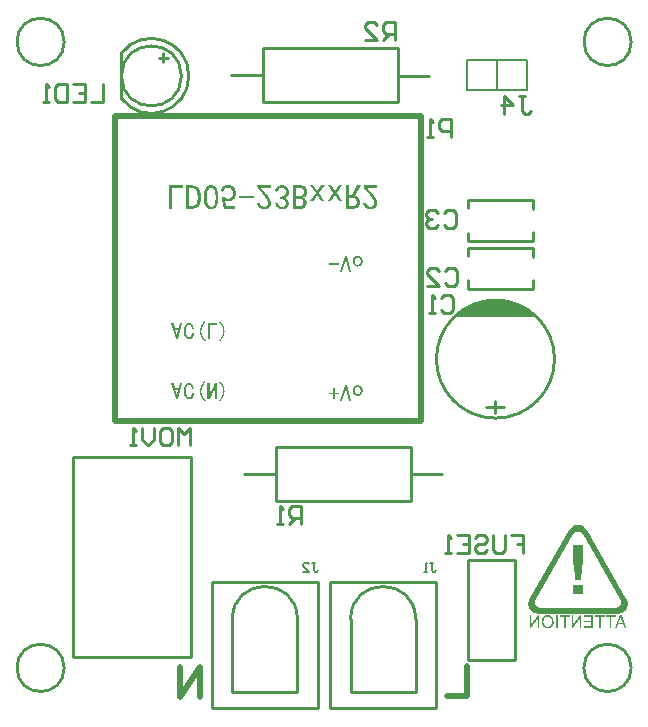
<source format=gbo>
G04 Layer_Color=32896*
%FSLAX25Y25*%
%MOIN*%
G70*
G01*
G75*
%ADD22C,0.01000*%
%ADD23C,0.02000*%
%ADD34C,0.00787*%
%ADD35C,0.01968*%
%ADD36C,0.00500*%
G36*
X69661Y127859D02*
X69792Y127721D01*
X69916Y127582D01*
X70025Y127451D01*
X70135Y127320D01*
X70229Y127189D01*
X70310Y127072D01*
X70390Y126955D01*
X70455Y126853D01*
X70514Y126759D01*
X70565Y126671D01*
X70601Y126606D01*
X70638Y126547D01*
X70660Y126504D01*
X70667Y126474D01*
X70674Y126467D01*
X70740Y126314D01*
X70805Y126161D01*
X70856Y126000D01*
X70900Y125847D01*
X70966Y125541D01*
X70995Y125395D01*
X71009Y125257D01*
X71031Y125133D01*
X71039Y125016D01*
X71046Y124914D01*
X71053Y124820D01*
X71060Y124754D01*
Y124696D01*
Y124666D01*
Y124652D01*
X71053Y124462D01*
X71046Y124280D01*
X71024Y124105D01*
X71002Y123937D01*
X70973Y123784D01*
X70937Y123631D01*
X70900Y123493D01*
X70871Y123362D01*
X70834Y123245D01*
X70798Y123143D01*
X70762Y123055D01*
X70732Y122975D01*
X70710Y122917D01*
X70689Y122873D01*
X70681Y122844D01*
X70674Y122837D01*
X70601Y122684D01*
X70514Y122538D01*
X70331Y122253D01*
X70142Y121991D01*
X70047Y121867D01*
X69960Y121750D01*
X69872Y121648D01*
X69785Y121554D01*
X69712Y121473D01*
X69646Y121400D01*
X69595Y121342D01*
X69559Y121306D01*
X69529Y121277D01*
X69522Y121269D01*
X69187Y121605D01*
X69318Y121729D01*
X69435Y121860D01*
X69544Y121984D01*
X69653Y122108D01*
X69748Y122232D01*
X69836Y122348D01*
X69909Y122458D01*
X69981Y122560D01*
X70040Y122654D01*
X70098Y122742D01*
X70142Y122815D01*
X70178Y122880D01*
X70208Y122931D01*
X70229Y122975D01*
X70237Y122997D01*
X70244Y123004D01*
X70310Y123143D01*
X70361Y123281D01*
X70412Y123427D01*
X70448Y123566D01*
X70514Y123843D01*
X70535Y123974D01*
X70557Y124098D01*
X70572Y124214D01*
X70579Y124324D01*
X70594Y124411D01*
Y124499D01*
X70601Y124564D01*
Y124608D01*
Y124645D01*
Y124652D01*
X70594Y124820D01*
X70587Y124987D01*
X70572Y125148D01*
X70543Y125293D01*
X70521Y125439D01*
X70492Y125578D01*
X70455Y125702D01*
X70426Y125818D01*
X70390Y125928D01*
X70361Y126022D01*
X70324Y126102D01*
X70302Y126168D01*
X70280Y126226D01*
X70258Y126263D01*
X70251Y126292D01*
X70244Y126299D01*
X70171Y126431D01*
X70098Y126562D01*
X69930Y126817D01*
X69756Y127043D01*
X69668Y127152D01*
X69588Y127247D01*
X69508Y127335D01*
X69427Y127415D01*
X69362Y127488D01*
X69304Y127546D01*
X69253Y127590D01*
X69216Y127626D01*
X69194Y127648D01*
X69187Y127655D01*
X69522Y127998D01*
X69661Y127859D01*
D02*
G37*
G36*
X68633Y126679D02*
X66140D01*
Y122006D01*
X65433D01*
Y127262D01*
X68633D01*
Y126679D01*
D02*
G37*
G36*
X64791Y127655D02*
X64660Y127539D01*
X64543Y127415D01*
X64434Y127291D01*
X64324Y127174D01*
X64230Y127058D01*
X64142Y126948D01*
X64062Y126839D01*
X63996Y126737D01*
X63931Y126649D01*
X63880Y126562D01*
X63829Y126489D01*
X63792Y126423D01*
X63763Y126372D01*
X63741Y126329D01*
X63734Y126307D01*
X63727Y126299D01*
X63661Y126161D01*
X63610Y126022D01*
X63559Y125877D01*
X63523Y125731D01*
X63457Y125461D01*
X63435Y125330D01*
X63413Y125199D01*
X63399Y125089D01*
X63391Y124980D01*
X63384Y124885D01*
X63377Y124805D01*
X63370Y124739D01*
Y124696D01*
Y124659D01*
Y124652D01*
X63377Y124484D01*
X63384Y124317D01*
X63406Y124156D01*
X63428Y124003D01*
X63450Y123857D01*
X63486Y123726D01*
X63515Y123595D01*
X63552Y123478D01*
X63581Y123376D01*
X63617Y123281D01*
X63647Y123201D01*
X63668Y123128D01*
X63697Y123077D01*
X63712Y123033D01*
X63719Y123012D01*
X63727Y123004D01*
X63800Y122866D01*
X63872Y122735D01*
X64047Y122479D01*
X64222Y122246D01*
X64310Y122137D01*
X64390Y122035D01*
X64470Y121940D01*
X64550Y121860D01*
X64616Y121787D01*
X64674Y121721D01*
X64725Y121670D01*
X64762Y121634D01*
X64784Y121612D01*
X64791Y121605D01*
X64448Y121269D01*
X64310Y121415D01*
X64179Y121554D01*
X64055Y121699D01*
X63945Y121838D01*
X63843Y121969D01*
X63749Y122100D01*
X63661Y122224D01*
X63588Y122341D01*
X63515Y122443D01*
X63457Y122545D01*
X63413Y122625D01*
X63370Y122698D01*
X63340Y122756D01*
X63318Y122800D01*
X63304Y122829D01*
X63297Y122837D01*
X63231Y122990D01*
X63173Y123143D01*
X63114Y123303D01*
X63071Y123456D01*
X63005Y123763D01*
X62976Y123908D01*
X62961Y124047D01*
X62939Y124171D01*
X62932Y124287D01*
X62925Y124389D01*
X62918Y124484D01*
X62910Y124550D01*
Y124608D01*
Y124637D01*
Y124652D01*
X62918Y124841D01*
X62925Y125024D01*
X62947Y125199D01*
X62968Y125366D01*
X62998Y125519D01*
X63034Y125672D01*
X63071Y125811D01*
X63107Y125942D01*
X63136Y126059D01*
X63173Y126161D01*
X63209Y126248D01*
X63238Y126329D01*
X63260Y126387D01*
X63282Y126431D01*
X63289Y126460D01*
X63297Y126467D01*
X63377Y126613D01*
X63457Y126759D01*
X63639Y127043D01*
X63734Y127174D01*
X63829Y127298D01*
X63924Y127422D01*
X64018Y127531D01*
X64106Y127633D01*
X64186Y127721D01*
X64259Y127801D01*
X64324Y127867D01*
X64376Y127925D01*
X64412Y127962D01*
X64441Y127991D01*
X64448Y127998D01*
X64791Y127655D01*
D02*
G37*
G36*
X115570Y149723D02*
X115694Y149709D01*
X115803Y149687D01*
X115912Y149651D01*
X116117Y149578D01*
X116204Y149534D01*
X116284Y149483D01*
X116357Y149439D01*
X116423Y149395D01*
X116481Y149359D01*
X116525Y149315D01*
X116561Y149286D01*
X116590Y149264D01*
X116605Y149250D01*
X116612Y149242D01*
X116700Y149147D01*
X116773Y149045D01*
X116846Y148936D01*
X116897Y148827D01*
X116948Y148725D01*
X116984Y148615D01*
X117050Y148404D01*
X117064Y148309D01*
X117079Y148222D01*
X117093Y148149D01*
X117101Y148076D01*
X117108Y148025D01*
Y147981D01*
Y147952D01*
Y147945D01*
X117101Y147799D01*
X117086Y147660D01*
X117064Y147529D01*
X117028Y147405D01*
X116991Y147289D01*
X116955Y147187D01*
X116904Y147084D01*
X116860Y146997D01*
X116816Y146917D01*
X116773Y146851D01*
X116729Y146793D01*
X116692Y146742D01*
X116656Y146705D01*
X116634Y146676D01*
X116620Y146662D01*
X116612Y146654D01*
X116517Y146567D01*
X116423Y146494D01*
X116321Y146421D01*
X116226Y146370D01*
X116124Y146319D01*
X116029Y146282D01*
X115847Y146217D01*
X115759Y146202D01*
X115687Y146188D01*
X115621Y146173D01*
X115562Y146166D01*
X115512Y146159D01*
X115446D01*
X115322Y146166D01*
X115198Y146180D01*
X115089Y146202D01*
X114979Y146239D01*
X114775Y146312D01*
X114688Y146363D01*
X114608Y146406D01*
X114527Y146450D01*
X114462Y146494D01*
X114411Y146538D01*
X114360Y146574D01*
X114323Y146611D01*
X114294Y146632D01*
X114279Y146647D01*
X114272Y146654D01*
X114185Y146749D01*
X114112Y146851D01*
X114046Y146953D01*
X113988Y147063D01*
X113944Y147172D01*
X113900Y147274D01*
X113842Y147485D01*
X113828Y147580D01*
X113813Y147668D01*
X113798Y147740D01*
X113791Y147813D01*
X113784Y147864D01*
Y147908D01*
Y147937D01*
Y147945D01*
X113791Y148091D01*
X113806Y148229D01*
X113828Y148360D01*
X113864Y148484D01*
X113900Y148601D01*
X113937Y148710D01*
X113981Y148805D01*
X114032Y148892D01*
X114075Y148972D01*
X114119Y149045D01*
X114156Y149104D01*
X114199Y149155D01*
X114228Y149191D01*
X114250Y149220D01*
X114265Y149235D01*
X114272Y149242D01*
X114367Y149330D01*
X114462Y149403D01*
X114564Y149468D01*
X114666Y149527D01*
X114768Y149570D01*
X114863Y149614D01*
X115045Y149672D01*
X115132Y149687D01*
X115205Y149701D01*
X115271Y149716D01*
X115329Y149723D01*
X115380Y149731D01*
X115446D01*
X115570Y149723D01*
D02*
G37*
G36*
X109300Y146713D02*
X105794D01*
Y147208D01*
X109300D01*
Y146713D01*
D02*
G37*
G36*
X59367Y127320D02*
X59484Y127305D01*
X59593Y127284D01*
X59695Y127247D01*
X59885Y127174D01*
X59972Y127130D01*
X60045Y127079D01*
X60118Y127036D01*
X60176Y126992D01*
X60235Y126955D01*
X60278Y126912D01*
X60315Y126883D01*
X60337Y126861D01*
X60351Y126846D01*
X60359Y126839D01*
X60439Y126737D01*
X60512Y126627D01*
X60577Y126504D01*
X60628Y126372D01*
X60679Y126234D01*
X60716Y126095D01*
X60782Y125818D01*
X60803Y125694D01*
X60818Y125570D01*
X60833Y125461D01*
X60840Y125366D01*
X60847Y125286D01*
X60854Y125228D01*
Y125191D01*
Y125177D01*
X60147D01*
Y125344D01*
X60133Y125490D01*
X60125Y125636D01*
X60103Y125760D01*
X60082Y125869D01*
X60060Y125971D01*
X60038Y126066D01*
X60009Y126146D01*
X59980Y126212D01*
X59958Y126270D01*
X59936Y126321D01*
X59914Y126358D01*
X59899Y126387D01*
X59885Y126409D01*
X59870Y126416D01*
Y126423D01*
X59819Y126482D01*
X59761Y126525D01*
X59659Y126606D01*
X59549Y126664D01*
X59455Y126700D01*
X59374Y126730D01*
X59309Y126737D01*
X59265Y126744D01*
X59251D01*
X59163Y126737D01*
X59090Y126722D01*
X59010Y126700D01*
X58937Y126671D01*
X58813Y126606D01*
X58704Y126518D01*
X58616Y126438D01*
X58551Y126365D01*
X58529Y126343D01*
X58514Y126321D01*
X58500Y126307D01*
Y126299D01*
X58449Y126205D01*
X58405Y126102D01*
X58361Y125986D01*
X58332Y125862D01*
X58281Y125607D01*
X58245Y125352D01*
X58230Y125228D01*
X58223Y125111D01*
X58215Y125009D01*
Y124922D01*
X58208Y124841D01*
Y124790D01*
Y124754D01*
Y124739D01*
Y124521D01*
X58223Y124324D01*
X58237Y124142D01*
X58252Y123967D01*
X58274Y123813D01*
X58303Y123675D01*
X58325Y123551D01*
X58354Y123442D01*
X58383Y123347D01*
X58405Y123259D01*
X58434Y123194D01*
X58456Y123135D01*
X58471Y123092D01*
X58485Y123063D01*
X58500Y123048D01*
Y123041D01*
X58558Y122953D01*
X58616Y122873D01*
X58682Y122808D01*
X58748Y122742D01*
X58813Y122698D01*
X58872Y122654D01*
X58937Y122618D01*
X59003Y122596D01*
X59112Y122560D01*
X59156Y122545D01*
X59200Y122538D01*
X59236Y122530D01*
X59360D01*
X59433Y122545D01*
X59564Y122582D01*
X59673Y122640D01*
X59768Y122698D01*
X59834Y122764D01*
X59885Y122822D01*
X59921Y122859D01*
X59929Y122866D01*
Y122873D01*
X59965Y122939D01*
X60001Y123012D01*
X60053Y123172D01*
X60096Y123340D01*
X60118Y123500D01*
X60133Y123646D01*
X60140Y123711D01*
X60147Y123770D01*
Y123813D01*
Y123850D01*
Y123872D01*
Y123879D01*
X60818D01*
Y123711D01*
X60811Y123551D01*
X60796Y123405D01*
X60767Y123267D01*
X60738Y123143D01*
X60701Y123026D01*
X60665Y122917D01*
X60621Y122822D01*
X60585Y122742D01*
X60541Y122662D01*
X60505Y122603D01*
X60475Y122552D01*
X60446Y122509D01*
X60424Y122479D01*
X60410Y122465D01*
X60402Y122458D01*
X60315Y122370D01*
X60228Y122290D01*
X60133Y122224D01*
X60038Y122159D01*
X59943Y122115D01*
X59848Y122071D01*
X59761Y122035D01*
X59673Y122013D01*
X59593Y121991D01*
X59520Y121976D01*
X59447Y121962D01*
X59396Y121955D01*
X59345Y121947D01*
X59280D01*
X59134Y121955D01*
X58995Y121976D01*
X58864Y122013D01*
X58740Y122057D01*
X58624Y122108D01*
X58514Y122173D01*
X58420Y122232D01*
X58332Y122297D01*
X58252Y122370D01*
X58179Y122428D01*
X58121Y122487D01*
X58070Y122545D01*
X58026Y122589D01*
X57997Y122625D01*
X57982Y122647D01*
X57975Y122654D01*
X57887Y122793D01*
X57807Y122946D01*
X57742Y123114D01*
X57683Y123289D01*
X57632Y123464D01*
X57588Y123646D01*
X57552Y123821D01*
X57530Y123996D01*
X57508Y124156D01*
X57494Y124309D01*
X57479Y124448D01*
X57472Y124572D01*
X57465Y124666D01*
Y124739D01*
Y124768D01*
Y124790D01*
Y124798D01*
Y124805D01*
X57472Y125046D01*
X57486Y125264D01*
X57516Y125476D01*
X57545Y125665D01*
X57588Y125833D01*
X57632Y125993D01*
X57676Y126139D01*
X57727Y126263D01*
X57778Y126372D01*
X57822Y126467D01*
X57866Y126547D01*
X57909Y126613D01*
X57938Y126664D01*
X57968Y126700D01*
X57982Y126722D01*
X57989Y126730D01*
X58091Y126831D01*
X58194Y126926D01*
X58303Y127006D01*
X58405Y127072D01*
X58514Y127130D01*
X58616Y127181D01*
X58718Y127218D01*
X58820Y127254D01*
X58908Y127276D01*
X58988Y127298D01*
X59061Y127305D01*
X59127Y127320D01*
X59178D01*
X59222Y127327D01*
X59251D01*
X59367Y127320D01*
D02*
G37*
G36*
X115570Y106584D02*
X115694Y106569D01*
X115803Y106547D01*
X115912Y106511D01*
X116117Y106438D01*
X116204Y106394D01*
X116284Y106343D01*
X116357Y106299D01*
X116423Y106256D01*
X116481Y106219D01*
X116525Y106175D01*
X116561Y106146D01*
X116590Y106124D01*
X116605Y106110D01*
X116612Y106103D01*
X116700Y106008D01*
X116773Y105906D01*
X116846Y105796D01*
X116897Y105687D01*
X116948Y105585D01*
X116984Y105476D01*
X117050Y105264D01*
X117064Y105169D01*
X117079Y105082D01*
X117093Y105009D01*
X117101Y104936D01*
X117108Y104885D01*
Y104841D01*
Y104812D01*
Y104805D01*
X117101Y104659D01*
X117086Y104521D01*
X117064Y104389D01*
X117028Y104265D01*
X116991Y104149D01*
X116955Y104047D01*
X116904Y103945D01*
X116860Y103857D01*
X116816Y103777D01*
X116773Y103711D01*
X116729Y103653D01*
X116692Y103602D01*
X116656Y103566D01*
X116634Y103536D01*
X116620Y103522D01*
X116612Y103515D01*
X116517Y103427D01*
X116423Y103354D01*
X116321Y103281D01*
X116226Y103230D01*
X116124Y103179D01*
X116029Y103143D01*
X115847Y103077D01*
X115759Y103063D01*
X115687Y103048D01*
X115621Y103033D01*
X115562Y103026D01*
X115512Y103019D01*
X115446D01*
X115322Y103026D01*
X115198Y103041D01*
X115089Y103063D01*
X114979Y103099D01*
X114775Y103172D01*
X114688Y103223D01*
X114608Y103267D01*
X114527Y103311D01*
X114462Y103354D01*
X114411Y103398D01*
X114360Y103434D01*
X114323Y103471D01*
X114294Y103493D01*
X114279Y103507D01*
X114272Y103515D01*
X114185Y103609D01*
X114112Y103711D01*
X114046Y103814D01*
X113988Y103923D01*
X113944Y104032D01*
X113900Y104134D01*
X113842Y104346D01*
X113828Y104440D01*
X113813Y104528D01*
X113798Y104601D01*
X113791Y104674D01*
X113784Y104725D01*
Y104769D01*
Y104798D01*
Y104805D01*
X113791Y104951D01*
X113806Y105089D01*
X113828Y105220D01*
X113864Y105344D01*
X113900Y105461D01*
X113937Y105570D01*
X113981Y105665D01*
X114032Y105753D01*
X114075Y105833D01*
X114119Y105906D01*
X114156Y105964D01*
X114199Y106015D01*
X114228Y106052D01*
X114250Y106081D01*
X114265Y106095D01*
X114272Y106103D01*
X114367Y106190D01*
X114462Y106263D01*
X114564Y106328D01*
X114666Y106387D01*
X114768Y106431D01*
X114863Y106474D01*
X115045Y106533D01*
X115132Y106547D01*
X115205Y106562D01*
X115271Y106576D01*
X115329Y106584D01*
X115380Y106591D01*
X115446D01*
X115570Y106584D01*
D02*
G37*
G36*
X64791Y107655D02*
X64660Y107539D01*
X64543Y107415D01*
X64434Y107291D01*
X64324Y107174D01*
X64230Y107057D01*
X64142Y106948D01*
X64062Y106839D01*
X63996Y106737D01*
X63931Y106649D01*
X63880Y106562D01*
X63829Y106489D01*
X63792Y106423D01*
X63763Y106372D01*
X63741Y106328D01*
X63734Y106307D01*
X63727Y106299D01*
X63661Y106161D01*
X63610Y106022D01*
X63559Y105877D01*
X63523Y105731D01*
X63457Y105461D01*
X63435Y105330D01*
X63413Y105199D01*
X63399Y105089D01*
X63391Y104980D01*
X63384Y104885D01*
X63377Y104805D01*
X63370Y104739D01*
Y104696D01*
Y104659D01*
Y104652D01*
X63377Y104484D01*
X63384Y104316D01*
X63406Y104156D01*
X63428Y104003D01*
X63450Y103857D01*
X63486Y103726D01*
X63515Y103595D01*
X63552Y103478D01*
X63581Y103376D01*
X63617Y103281D01*
X63647Y103201D01*
X63668Y103128D01*
X63697Y103077D01*
X63712Y103033D01*
X63719Y103012D01*
X63727Y103004D01*
X63800Y102866D01*
X63872Y102735D01*
X64047Y102479D01*
X64222Y102246D01*
X64310Y102137D01*
X64390Y102035D01*
X64470Y101940D01*
X64550Y101860D01*
X64616Y101787D01*
X64674Y101721D01*
X64725Y101670D01*
X64762Y101634D01*
X64784Y101612D01*
X64791Y101605D01*
X64448Y101269D01*
X64310Y101415D01*
X64179Y101554D01*
X64055Y101699D01*
X63945Y101838D01*
X63843Y101969D01*
X63749Y102100D01*
X63661Y102224D01*
X63588Y102341D01*
X63515Y102443D01*
X63457Y102545D01*
X63413Y102625D01*
X63370Y102698D01*
X63340Y102756D01*
X63318Y102800D01*
X63304Y102829D01*
X63297Y102837D01*
X63231Y102990D01*
X63173Y103143D01*
X63114Y103303D01*
X63071Y103456D01*
X63005Y103762D01*
X62976Y103908D01*
X62961Y104047D01*
X62939Y104171D01*
X62932Y104287D01*
X62925Y104389D01*
X62918Y104484D01*
X62910Y104550D01*
Y104608D01*
Y104637D01*
Y104652D01*
X62918Y104841D01*
X62925Y105024D01*
X62947Y105199D01*
X62968Y105366D01*
X62998Y105519D01*
X63034Y105672D01*
X63071Y105811D01*
X63107Y105942D01*
X63136Y106059D01*
X63173Y106161D01*
X63209Y106248D01*
X63238Y106328D01*
X63260Y106387D01*
X63282Y106431D01*
X63289Y106460D01*
X63297Y106467D01*
X63377Y106613D01*
X63457Y106759D01*
X63639Y107043D01*
X63734Y107174D01*
X63829Y107298D01*
X63924Y107422D01*
X64018Y107531D01*
X64106Y107633D01*
X64186Y107721D01*
X64259Y107801D01*
X64324Y107867D01*
X64376Y107925D01*
X64412Y107961D01*
X64441Y107991D01*
X64448Y107998D01*
X64791Y107655D01*
D02*
G37*
G36*
X107821Y104069D02*
X109330D01*
Y103573D01*
X107821D01*
Y102071D01*
X107296D01*
Y103573D01*
X105794D01*
Y104069D01*
X107296D01*
Y105578D01*
X107821D01*
Y104069D01*
D02*
G37*
G36*
X55496Y121947D02*
X54884D01*
X53346Y127262D01*
X54082D01*
X54512Y125636D01*
X55868D01*
X56298Y127262D01*
X57034D01*
X55496Y121947D01*
D02*
G37*
G36*
X113324Y101269D02*
X112588D01*
X111509Y105301D01*
X111451D01*
X110372Y101269D01*
X109636D01*
X111174Y106591D01*
X111786D01*
X113324Y101269D01*
D02*
G37*
G36*
X193939Y25689D02*
X190790D01*
Y26170D01*
X193371D01*
Y27613D01*
X191053D01*
Y28095D01*
X193371D01*
Y29407D01*
X190878D01*
Y29888D01*
X193939D01*
Y25689D01*
D02*
G37*
G36*
X197832Y29407D02*
X196433D01*
Y25689D01*
X195908D01*
Y29407D01*
X194508D01*
Y29888D01*
X197832D01*
Y29407D01*
D02*
G37*
G36*
X186110D02*
X184754D01*
Y25689D01*
X184186D01*
Y29407D01*
X182786D01*
Y29888D01*
X186110D01*
Y29407D01*
D02*
G37*
G36*
X179068Y29932D02*
X179374Y29888D01*
X179812Y29669D01*
X179987Y29538D01*
X180118Y29450D01*
X180161Y29407D01*
X180205Y29363D01*
X180380Y29144D01*
X180511Y28882D01*
X180686Y28357D01*
X180730Y28095D01*
X180774Y27920D01*
Y27788D01*
Y27744D01*
X180730Y27351D01*
X180643Y27001D01*
X180599Y26782D01*
X180555Y26739D01*
Y26695D01*
X180336Y26345D01*
X180074Y26126D01*
X179899Y25951D01*
X179812Y25907D01*
X179462Y25776D01*
X179112Y25689D01*
X178849Y25645D01*
X178762D01*
X178368Y25689D01*
X178062Y25776D01*
X177843Y25864D01*
X177756Y25907D01*
X177450Y26126D01*
X177187Y26345D01*
X177056Y26564D01*
X177012Y26651D01*
X176837Y27045D01*
X176794Y27395D01*
X176750Y27701D01*
Y27744D01*
Y27788D01*
X176794Y28226D01*
X176881Y28576D01*
X176968Y28838D01*
X177012Y28882D01*
Y28925D01*
X177231Y29232D01*
X177450Y29494D01*
X177624Y29625D01*
X177712Y29669D01*
X178062Y29844D01*
X178412Y29932D01*
X178674Y29975D01*
X178762D01*
X179068Y29932D01*
D02*
G37*
G36*
X182130Y25689D02*
X181561D01*
Y29888D01*
X182130D01*
Y25689D01*
D02*
G37*
G36*
X201419Y29407D02*
X200019D01*
Y25689D01*
X199451D01*
Y29407D01*
X198095D01*
Y29888D01*
X201419D01*
Y29407D01*
D02*
G37*
G36*
X189522Y59981D02*
X189828Y59937D01*
X190090Y59850D01*
X190265Y59762D01*
X190440Y59675D01*
X190528Y59631D01*
X190572Y59587D01*
X190746Y59500D01*
X190834Y59456D01*
X191228Y59106D01*
X191578Y58713D01*
X191753Y58450D01*
X191840Y58363D01*
Y58319D01*
X205006Y35487D01*
X205049D01*
Y35443D01*
Y35399D01*
X205137Y35224D01*
X205224Y35093D01*
X205268Y35005D01*
Y34962D01*
X205312Y34830D01*
X205356Y34655D01*
X205399Y34524D01*
Y34481D01*
X205443Y33999D01*
Y33562D01*
X205399Y33168D01*
X205312Y32818D01*
X205181Y32512D01*
X205093Y32293D01*
X205049Y32162D01*
X205006Y32118D01*
X204831Y31812D01*
X204787Y31725D01*
X204743Y31681D01*
X204525Y31462D01*
X204437Y31375D01*
X204393Y31331D01*
X204000Y31025D01*
X203606Y30806D01*
X203212Y30631D01*
X202819Y30544D01*
X202513Y30456D01*
X202250Y30413D01*
X175612D01*
X175394Y30456D01*
X175219D01*
X175175Y30500D01*
X175000D01*
X174825Y30544D01*
X174694Y30588D01*
X174650D01*
X174213Y30763D01*
X173819Y30981D01*
X173513Y31244D01*
X173250Y31506D01*
X173032Y31725D01*
X172901Y31944D01*
X172813Y32075D01*
X172769Y32118D01*
X172726D01*
X172638Y32337D01*
X172551Y32469D01*
X172507Y32556D01*
Y32600D01*
X172463Y32775D01*
X172420Y32950D01*
X172376Y33037D01*
Y33081D01*
X172332Y33562D01*
Y33999D01*
X172376Y34437D01*
X172463Y34787D01*
X172594Y35093D01*
X172682Y35355D01*
X172726Y35487D01*
X172769Y35530D01*
X185979Y58406D01*
X186154Y58669D01*
X186198Y58756D01*
X186241Y58800D01*
X186460Y59019D01*
X186548Y59106D01*
X186591Y59150D01*
X186985Y59456D01*
X187335Y59675D01*
X187728Y59850D01*
X188078Y59937D01*
X188384Y60025D01*
X188647Y60068D01*
X189216D01*
X189522Y59981D01*
D02*
G37*
G36*
X113324Y144409D02*
X112588D01*
X111509Y148440D01*
X111451D01*
X110372Y144409D01*
X109636D01*
X111174Y149731D01*
X111786D01*
X113324Y144409D01*
D02*
G37*
G36*
X190047Y25689D02*
X189522D01*
Y29013D01*
X187291Y25689D01*
X186722D01*
Y29888D01*
X187247D01*
Y26607D01*
X189478Y29888D01*
X190047D01*
Y25689D01*
D02*
G37*
G36*
X205006D02*
X204437D01*
X203956Y26957D01*
X202206D01*
X201725Y25689D01*
X201113D01*
X202819Y29888D01*
X203431D01*
X205006Y25689D01*
D02*
G37*
G36*
X176050D02*
X175525D01*
Y29013D01*
X173338Y25689D01*
X172769D01*
Y29888D01*
X173294D01*
Y26607D01*
X175481Y29888D01*
X176050D01*
Y25689D01*
D02*
G37*
G36*
X69661Y107859D02*
X69792Y107721D01*
X69916Y107582D01*
X70025Y107451D01*
X70135Y107320D01*
X70229Y107189D01*
X70310Y107072D01*
X70390Y106956D01*
X70455Y106853D01*
X70514Y106759D01*
X70565Y106671D01*
X70601Y106606D01*
X70638Y106547D01*
X70660Y106503D01*
X70667Y106474D01*
X70674Y106467D01*
X70740Y106314D01*
X70805Y106161D01*
X70856Y106000D01*
X70900Y105847D01*
X70966Y105541D01*
X70995Y105395D01*
X71009Y105257D01*
X71031Y105133D01*
X71039Y105016D01*
X71046Y104914D01*
X71053Y104820D01*
X71060Y104754D01*
Y104696D01*
Y104666D01*
Y104652D01*
X71053Y104462D01*
X71046Y104280D01*
X71024Y104105D01*
X71002Y103937D01*
X70973Y103784D01*
X70937Y103631D01*
X70900Y103493D01*
X70871Y103361D01*
X70834Y103245D01*
X70798Y103143D01*
X70762Y103055D01*
X70732Y102975D01*
X70710Y102917D01*
X70689Y102873D01*
X70681Y102844D01*
X70674Y102837D01*
X70601Y102683D01*
X70514Y102538D01*
X70331Y102253D01*
X70142Y101991D01*
X70047Y101867D01*
X69960Y101750D01*
X69872Y101648D01*
X69785Y101554D01*
X69712Y101473D01*
X69646Y101400D01*
X69595Y101342D01*
X69559Y101306D01*
X69529Y101277D01*
X69522Y101269D01*
X69187Y101605D01*
X69318Y101728D01*
X69435Y101860D01*
X69544Y101984D01*
X69653Y102108D01*
X69748Y102232D01*
X69836Y102348D01*
X69909Y102457D01*
X69981Y102560D01*
X70040Y102654D01*
X70098Y102742D01*
X70142Y102815D01*
X70178Y102880D01*
X70208Y102931D01*
X70229Y102975D01*
X70237Y102997D01*
X70244Y103004D01*
X70310Y103143D01*
X70361Y103281D01*
X70412Y103427D01*
X70448Y103566D01*
X70514Y103843D01*
X70535Y103974D01*
X70557Y104098D01*
X70572Y104214D01*
X70579Y104324D01*
X70594Y104411D01*
Y104499D01*
X70601Y104564D01*
Y104608D01*
Y104645D01*
Y104652D01*
X70594Y104820D01*
X70587Y104987D01*
X70572Y105148D01*
X70543Y105293D01*
X70521Y105439D01*
X70492Y105578D01*
X70455Y105702D01*
X70426Y105818D01*
X70390Y105928D01*
X70361Y106022D01*
X70324Y106103D01*
X70302Y106168D01*
X70280Y106227D01*
X70258Y106263D01*
X70251Y106292D01*
X70244Y106299D01*
X70171Y106431D01*
X70098Y106562D01*
X69930Y106817D01*
X69756Y107043D01*
X69668Y107152D01*
X69588Y107247D01*
X69508Y107335D01*
X69427Y107415D01*
X69362Y107488D01*
X69304Y107546D01*
X69253Y107590D01*
X69216Y107626D01*
X69194Y107648D01*
X69187Y107655D01*
X69522Y107998D01*
X69661Y107859D01*
D02*
G37*
G36*
X122048Y172396D02*
X118726D01*
X119054Y172013D01*
X119360Y171653D01*
X119644Y171325D01*
X119895Y171019D01*
X120125Y170735D01*
X120322Y170483D01*
X120507Y170254D01*
X120660Y170046D01*
X120802Y169871D01*
X120912Y169718D01*
X121010Y169587D01*
X121087Y169478D01*
X121141Y169401D01*
X121185Y169336D01*
X121207Y169303D01*
X121218Y169292D01*
X121327Y169106D01*
X121436Y168931D01*
X121524Y168767D01*
X121600Y168603D01*
X121731Y168319D01*
X121775Y168188D01*
X121819Y168068D01*
X121852Y167958D01*
X121873Y167860D01*
X121895Y167784D01*
X121906Y167718D01*
X121917Y167663D01*
X121928Y167620D01*
Y167598D01*
Y167587D01*
X121939Y167324D01*
X121928Y167095D01*
X121906Y166887D01*
X121873Y166701D01*
X121830Y166559D01*
X121797Y166450D01*
X121775Y166417D01*
X121764Y166385D01*
X121753Y166374D01*
Y166363D01*
X121655Y166177D01*
X121546Y166024D01*
X121436Y165893D01*
X121338Y165783D01*
X121250Y165707D01*
X121174Y165641D01*
X121130Y165609D01*
X121108Y165598D01*
X120966Y165510D01*
X120824Y165445D01*
X120693Y165390D01*
X120584Y165346D01*
X120485Y165313D01*
X120409Y165292D01*
X120365Y165281D01*
X120343D01*
X120201Y165259D01*
X120059Y165248D01*
X119917Y165237D01*
X119589D01*
X119535Y165248D01*
X119513D01*
X119228Y165292D01*
X118966Y165357D01*
X118737Y165445D01*
X118540Y165532D01*
X118376Y165630D01*
X118310Y165674D01*
X118245Y165707D01*
X118201Y165740D01*
X118168Y165762D01*
X118157Y165772D01*
X118146Y165783D01*
X118037Y165882D01*
X117939Y165991D01*
X117764Y166232D01*
X117600Y166483D01*
X117469Y166734D01*
X117359Y166964D01*
X117316Y167062D01*
X117272Y167150D01*
X117250Y167226D01*
X117228Y167281D01*
X117206Y167314D01*
Y167324D01*
X118081Y167467D01*
X118179Y167237D01*
X118289Y167040D01*
X118398Y166876D01*
X118507Y166745D01*
X118605Y166636D01*
X118682Y166559D01*
X118737Y166516D01*
X118758Y166505D01*
X118922Y166395D01*
X119086Y166308D01*
X119239Y166243D01*
X119381Y166199D01*
X119502Y166166D01*
X119600Y166144D01*
X119655Y166133D01*
X119852D01*
X120015Y166144D01*
X120158Y166188D01*
X120289Y166243D01*
X120387Y166286D01*
X120464Y166341D01*
X120507Y166374D01*
X120529Y166385D01*
X120660Y166505D01*
X120759Y166625D01*
X120835Y166756D01*
X120890Y166876D01*
X120923Y166975D01*
X120955Y167062D01*
X120966Y167117D01*
Y167139D01*
X120977Y167314D01*
X120966Y167510D01*
X120934Y167696D01*
X120890Y167871D01*
X120846Y168024D01*
X120802Y168144D01*
X120781Y168188D01*
X120770Y168221D01*
X120759Y168243D01*
Y168254D01*
X120704Y168385D01*
X120627Y168516D01*
X120453Y168811D01*
X120256Y169117D01*
X120059Y169412D01*
X119961Y169543D01*
X119862Y169675D01*
X119786Y169784D01*
X119709Y169882D01*
X119644Y169970D01*
X119600Y170024D01*
X119567Y170068D01*
X119556Y170079D01*
X119392Y170287D01*
X119228Y170483D01*
X119076Y170669D01*
X118933Y170844D01*
X118802Y170997D01*
X118671Y171139D01*
X118562Y171270D01*
X118452Y171380D01*
X118354Y171478D01*
X118278Y171565D01*
X118201Y171642D01*
X118146Y171697D01*
X118103Y171751D01*
X118070Y171784D01*
X118048Y171795D01*
X118037Y171806D01*
X117928Y171904D01*
X117840Y172013D01*
X117753Y172123D01*
X117687Y172232D01*
X117567Y172440D01*
X117491Y172626D01*
X117436Y172790D01*
X117425Y172866D01*
X117414Y172921D01*
X117403Y172975D01*
X117392Y173008D01*
Y173030D01*
Y173041D01*
Y173227D01*
X122048D01*
Y172396D01*
D02*
G37*
G36*
X72459Y173358D02*
X72667Y173336D01*
X72842Y173303D01*
X72984Y173270D01*
X73104Y173238D01*
X73137Y173227D01*
X73169Y173216D01*
X73180Y173205D01*
X73191D01*
X73388Y173117D01*
X73563Y173030D01*
X73716Y172943D01*
X73836Y172855D01*
X73945Y172779D01*
X74022Y172713D01*
X74077Y172669D01*
X74088Y172658D01*
X74219Y172516D01*
X74328Y172374D01*
X74426Y172232D01*
X74503Y172090D01*
X74568Y171970D01*
X74612Y171871D01*
X74634Y171806D01*
X74645Y171795D01*
Y171784D01*
X74711Y171587D01*
X74754Y171390D01*
X74798Y171216D01*
X74820Y171063D01*
X74842Y170931D01*
Y170833D01*
X74853Y170767D01*
Y170746D01*
Y170560D01*
X74842Y170385D01*
X74831Y170221D01*
X74809Y170079D01*
X74787Y169959D01*
X74776Y169871D01*
X74765Y169817D01*
X74754Y169795D01*
X74711Y169631D01*
X74656Y169478D01*
X74590Y169325D01*
X74536Y169194D01*
X74481Y169084D01*
X74437Y168997D01*
X74405Y168942D01*
X74394Y168920D01*
X74284Y168767D01*
X74164Y168625D01*
X74033Y168505D01*
X73891Y168407D01*
X73771Y168330D01*
X73672Y168275D01*
X73607Y168243D01*
X73596Y168232D01*
X73585D01*
X73377Y168144D01*
X73180Y168079D01*
X72984Y168024D01*
X72809Y167991D01*
X72656Y167969D01*
X72536Y167958D01*
X72492Y167948D01*
X72437D01*
X72208Y167958D01*
X71978Y167980D01*
X71770Y168035D01*
X71563Y168090D01*
X71399Y168155D01*
X71322Y168177D01*
X71268Y168199D01*
X71213Y168221D01*
X71180Y168243D01*
X71158Y168254D01*
X71147D01*
X71191Y168112D01*
X71235Y167958D01*
X71311Y167631D01*
X71399Y167292D01*
X71464Y166975D01*
X71497Y166833D01*
X71519Y166701D01*
X71552Y166570D01*
X71563Y166472D01*
X71585Y166385D01*
X71596Y166319D01*
X71606Y166275D01*
Y166264D01*
X74558D01*
Y165434D01*
X70918D01*
X70841Y165772D01*
X70776Y166089D01*
X70710Y166385D01*
X70656Y166669D01*
X70601Y166931D01*
X70546Y167172D01*
X70492Y167401D01*
X70448Y167609D01*
X70404Y167806D01*
X70360Y167991D01*
X70328Y168155D01*
X70295Y168308D01*
X70262Y168450D01*
X70229Y168581D01*
X70207Y168702D01*
X70186Y168800D01*
X70142Y168975D01*
X70109Y169117D01*
X70076Y169226D01*
X70065Y169303D01*
X70043Y169347D01*
Y169379D01*
X70033Y169401D01*
X70819Y169489D01*
X70962Y169314D01*
X71126Y169172D01*
X71279Y169062D01*
X71432Y168986D01*
X71563Y168920D01*
X71661Y168887D01*
X71705Y168866D01*
X71738D01*
X71749Y168855D01*
X71759D01*
X71967Y168811D01*
X72164Y168789D01*
X72339D01*
X72492Y168800D01*
X72623Y168822D01*
X72721Y168833D01*
X72776Y168844D01*
X72798Y168855D01*
X72962Y168920D01*
X73115Y168997D01*
X73246Y169084D01*
X73355Y169172D01*
X73443Y169259D01*
X73508Y169336D01*
X73552Y169379D01*
X73563Y169401D01*
X73661Y169565D01*
X73749Y169740D01*
X73803Y169904D01*
X73847Y170068D01*
X73869Y170210D01*
X73880Y170319D01*
X73891Y170363D01*
Y170396D01*
Y170407D01*
Y170418D01*
Y170636D01*
X73869Y170844D01*
X73847Y171019D01*
X73803Y171183D01*
X73771Y171314D01*
X73738Y171412D01*
X73716Y171478D01*
X73705Y171489D01*
Y171500D01*
X73618Y171675D01*
X73508Y171828D01*
X73388Y171959D01*
X73279Y172068D01*
X73169Y172167D01*
X73082Y172232D01*
X73027Y172276D01*
X73016Y172287D01*
X73005D01*
X72809Y172374D01*
X72601Y172440D01*
X72393Y172473D01*
X72197Y172484D01*
X72011Y172473D01*
X71934D01*
X71869Y172462D01*
X71814D01*
X71770Y172451D01*
X71738D01*
X71596Y172407D01*
X71464Y172352D01*
X71344Y172265D01*
X71235Y172178D01*
X71136Y172068D01*
X71049Y171948D01*
X70896Y171707D01*
X70776Y171467D01*
X70732Y171358D01*
X70699Y171259D01*
X70666Y171183D01*
X70645Y171117D01*
X70634Y171073D01*
Y171063D01*
X69803Y171292D01*
X69847Y171489D01*
X69901Y171675D01*
X69967Y171850D01*
X70033Y172003D01*
X70098Y172145D01*
X70175Y172276D01*
X70240Y172385D01*
X70317Y172494D01*
X70382Y172582D01*
X70448Y172658D01*
X70503Y172724D01*
X70557Y172779D01*
X70601Y172811D01*
X70634Y172844D01*
X70645Y172855D01*
X70656Y172866D01*
X70896Y173019D01*
X71126Y173139D01*
X71344Y173227D01*
X71541Y173292D01*
X71716Y173325D01*
X71792Y173347D01*
X71847Y173358D01*
X71902D01*
X71934Y173369D01*
X72219D01*
X72459Y173358D01*
D02*
G37*
G36*
X90461Y173325D02*
X90756Y173270D01*
X91018Y173194D01*
X91259Y173096D01*
X91357Y173041D01*
X91444Y172997D01*
X91521Y172953D01*
X91587Y172910D01*
X91641Y172877D01*
X91674Y172844D01*
X91696Y172833D01*
X91707Y172822D01*
X91827Y172713D01*
X91947Y172604D01*
X92046Y172484D01*
X92133Y172363D01*
X92210Y172243D01*
X92275Y172112D01*
X92374Y171882D01*
X92439Y171686D01*
X92472Y171598D01*
X92483Y171522D01*
X92505Y171456D01*
Y171412D01*
X92516Y171380D01*
Y171369D01*
X92537Y171205D01*
Y171041D01*
X92527Y170757D01*
X92494Y170505D01*
X92450Y170298D01*
X92417Y170210D01*
X92395Y170134D01*
X92362Y170068D01*
X92341Y170013D01*
X92319Y169970D01*
X92297Y169937D01*
X92286Y169926D01*
Y169915D01*
X92144Y169718D01*
X91980Y169543D01*
X91816Y169401D01*
X91663Y169281D01*
X91510Y169194D01*
X91401Y169128D01*
X91357Y169106D01*
X91324Y169084D01*
X91302Y169073D01*
X91291D01*
X91444Y168964D01*
X91587Y168866D01*
X91718Y168756D01*
X91827Y168647D01*
X91925Y168538D01*
X92013Y168429D01*
X92089Y168330D01*
X92155Y168232D01*
X92242Y168057D01*
X92286Y167980D01*
X92308Y167915D01*
X92330Y167860D01*
X92341Y167827D01*
X92352Y167806D01*
Y167795D01*
X92406Y167521D01*
X92417Y167270D01*
Y167040D01*
X92384Y166833D01*
X92352Y166669D01*
X92341Y166592D01*
X92319Y166538D01*
X92308Y166494D01*
X92297Y166461D01*
X92286Y166439D01*
Y166428D01*
X92177Y166210D01*
X92046Y166024D01*
X91904Y165860D01*
X91751Y165740D01*
X91619Y165641D01*
X91510Y165565D01*
X91466Y165543D01*
X91444Y165521D01*
X91423Y165510D01*
X91412D01*
X91171Y165412D01*
X90920Y165346D01*
X90679Y165313D01*
X90450Y165292D01*
X90035D01*
X89991Y165303D01*
X89958D01*
X89805Y165324D01*
X89663Y165357D01*
X89401Y165445D01*
X89171Y165543D01*
X88985Y165652D01*
X88832Y165762D01*
X88723Y165860D01*
X88690Y165893D01*
X88657Y165926D01*
X88646Y165936D01*
X88635Y165947D01*
X88460Y166166D01*
X88318Y166395D01*
X88187Y166625D01*
X88078Y166844D01*
X87990Y167029D01*
X87958Y167117D01*
X87936Y167183D01*
X87914Y167248D01*
X87892Y167292D01*
X87881Y167314D01*
Y167324D01*
X88712Y167467D01*
X88788Y167281D01*
X88865Y167106D01*
X88941Y166953D01*
X89029Y166822D01*
X89105Y166701D01*
X89193Y166592D01*
X89269Y166505D01*
X89346Y166428D01*
X89422Y166363D01*
X89488Y166308D01*
X89608Y166232D01*
X89652Y166210D01*
X89685Y166188D01*
X89696Y166177D01*
X89707D01*
X89827Y166144D01*
X89936Y166111D01*
X90155Y166089D01*
X90351Y166100D01*
X90526Y166122D01*
X90668Y166166D01*
X90778Y166199D01*
X90821Y166221D01*
X90854Y166232D01*
X90865Y166243D01*
X90876D01*
X90974Y166297D01*
X91062Y166374D01*
X91204Y166516D01*
X91313Y166680D01*
X91390Y166844D01*
X91434Y166986D01*
X91466Y167106D01*
Y167150D01*
X91477Y167183D01*
Y167204D01*
Y167215D01*
Y167335D01*
Y167456D01*
X91434Y167663D01*
X91368Y167849D01*
X91302Y168002D01*
X91215Y168133D01*
X91149Y168221D01*
X91106Y168275D01*
X91084Y168297D01*
X90996Y168374D01*
X90898Y168439D01*
X90679Y168549D01*
X90450Y168636D01*
X90220Y168702D01*
X90013Y168746D01*
X89925Y168767D01*
X89838Y168778D01*
X89772Y168789D01*
X89728Y168800D01*
X89685D01*
Y169401D01*
X89860Y169434D01*
X90023Y169467D01*
X90176Y169500D01*
X90308Y169532D01*
X90439Y169576D01*
X90548Y169620D01*
X90658Y169664D01*
X90745Y169696D01*
X90821Y169740D01*
X90898Y169773D01*
X90953Y169806D01*
X90996Y169838D01*
X91062Y169882D01*
X91084Y169893D01*
X91226Y170035D01*
X91346Y170188D01*
X91434Y170341D01*
X91488Y170505D01*
X91532Y170636D01*
X91554Y170757D01*
Y170800D01*
X91565Y170822D01*
Y170844D01*
Y170855D01*
Y171084D01*
X91543Y171292D01*
X91488Y171478D01*
X91423Y171642D01*
X91368Y171773D01*
X91302Y171871D01*
X91259Y171937D01*
X91248Y171948D01*
Y171959D01*
X91095Y172123D01*
X90931Y172243D01*
X90767Y172330D01*
X90614Y172396D01*
X90472Y172440D01*
X90351Y172462D01*
X90319D01*
X90286Y172473D01*
X90253D01*
X90035Y172462D01*
X89827Y172418D01*
X89652Y172363D01*
X89499Y172298D01*
X89379Y172221D01*
X89291Y172167D01*
X89237Y172123D01*
X89215Y172101D01*
X89073Y171948D01*
X88952Y171784D01*
X88854Y171609D01*
X88767Y171456D01*
X88701Y171314D01*
X88657Y171205D01*
X88646Y171161D01*
X88635Y171128D01*
X88625Y171117D01*
Y171106D01*
X87794Y171248D01*
X87837Y171434D01*
X87881Y171609D01*
X87936Y171773D01*
X88002Y171915D01*
X88067Y172057D01*
X88144Y172188D01*
X88209Y172298D01*
X88275Y172407D01*
X88351Y172494D01*
X88406Y172582D01*
X88472Y172648D01*
X88526Y172702D01*
X88559Y172746D01*
X88592Y172779D01*
X88613Y172790D01*
X88625Y172801D01*
X88745Y172888D01*
X88876Y172975D01*
X89138Y173107D01*
X89390Y173205D01*
X89630Y173270D01*
X89838Y173314D01*
X89925Y173325D01*
X90002Y173336D01*
X90056D01*
X90100Y173347D01*
X90308D01*
X90461Y173325D01*
D02*
G37*
G36*
X86635Y172396D02*
X83312D01*
X83640Y172013D01*
X83946Y171653D01*
X84231Y171325D01*
X84482Y171019D01*
X84711Y170735D01*
X84908Y170483D01*
X85094Y170254D01*
X85247Y170046D01*
X85389Y169871D01*
X85498Y169718D01*
X85597Y169587D01*
X85673Y169478D01*
X85728Y169401D01*
X85772Y169336D01*
X85794Y169303D01*
X85804Y169292D01*
X85914Y169106D01*
X86023Y168931D01*
X86111Y168767D01*
X86187Y168603D01*
X86318Y168319D01*
X86362Y168188D01*
X86406Y168068D01*
X86439Y167958D01*
X86460Y167860D01*
X86482Y167784D01*
X86493Y167718D01*
X86504Y167663D01*
X86515Y167620D01*
Y167598D01*
Y167587D01*
X86526Y167324D01*
X86515Y167095D01*
X86493Y166887D01*
X86460Y166701D01*
X86417Y166559D01*
X86384Y166450D01*
X86362Y166417D01*
X86351Y166385D01*
X86340Y166374D01*
Y166363D01*
X86242Y166177D01*
X86132Y166024D01*
X86023Y165893D01*
X85925Y165783D01*
X85837Y165707D01*
X85761Y165641D01*
X85717Y165609D01*
X85695Y165598D01*
X85553Y165510D01*
X85411Y165445D01*
X85280Y165390D01*
X85171Y165346D01*
X85072Y165313D01*
X84996Y165292D01*
X84952Y165281D01*
X84930D01*
X84788Y165259D01*
X84646Y165248D01*
X84504Y165237D01*
X84176D01*
X84121Y165248D01*
X84100D01*
X83815Y165292D01*
X83553Y165357D01*
X83323Y165445D01*
X83127Y165532D01*
X82963Y165630D01*
X82897Y165674D01*
X82832Y165707D01*
X82788Y165740D01*
X82755Y165762D01*
X82744Y165772D01*
X82733Y165783D01*
X82624Y165882D01*
X82525Y165991D01*
X82351Y166232D01*
X82187Y166483D01*
X82056Y166734D01*
X81946Y166964D01*
X81902Y167062D01*
X81859Y167150D01*
X81837Y167226D01*
X81815Y167281D01*
X81793Y167314D01*
Y167324D01*
X82668Y167467D01*
X82766Y167237D01*
X82875Y167040D01*
X82985Y166876D01*
X83094Y166745D01*
X83192Y166636D01*
X83269Y166559D01*
X83323Y166516D01*
X83345Y166505D01*
X83509Y166395D01*
X83673Y166308D01*
X83826Y166243D01*
X83968Y166199D01*
X84088Y166166D01*
X84187Y166144D01*
X84241Y166133D01*
X84438D01*
X84602Y166144D01*
X84744Y166188D01*
X84876Y166243D01*
X84974Y166286D01*
X85050Y166341D01*
X85094Y166374D01*
X85116Y166385D01*
X85247Y166505D01*
X85346Y166625D01*
X85422Y166756D01*
X85477Y166876D01*
X85509Y166975D01*
X85542Y167062D01*
X85553Y167117D01*
Y167139D01*
X85564Y167314D01*
X85553Y167510D01*
X85520Y167696D01*
X85477Y167871D01*
X85433Y168024D01*
X85389Y168144D01*
X85367Y168188D01*
X85356Y168221D01*
X85346Y168243D01*
Y168254D01*
X85291Y168385D01*
X85214Y168516D01*
X85039Y168811D01*
X84843Y169117D01*
X84646Y169412D01*
X84548Y169543D01*
X84449Y169675D01*
X84373Y169784D01*
X84296Y169882D01*
X84231Y169970D01*
X84187Y170024D01*
X84154Y170068D01*
X84143Y170079D01*
X83979Y170287D01*
X83815Y170483D01*
X83662Y170669D01*
X83520Y170844D01*
X83389Y170997D01*
X83258Y171139D01*
X83149Y171270D01*
X83039Y171380D01*
X82941Y171478D01*
X82864Y171565D01*
X82788Y171642D01*
X82733Y171697D01*
X82689Y171751D01*
X82657Y171784D01*
X82635Y171795D01*
X82624Y171806D01*
X82515Y171904D01*
X82427Y172013D01*
X82340Y172123D01*
X82274Y172232D01*
X82154Y172440D01*
X82077Y172626D01*
X82023Y172790D01*
X82012Y172866D01*
X82001Y172921D01*
X81990Y172975D01*
X81979Y173008D01*
Y173030D01*
Y173041D01*
Y173227D01*
X86635D01*
Y172396D01*
D02*
G37*
G36*
X81017Y168844D02*
X75760D01*
Y169587D01*
X81017D01*
Y168844D01*
D02*
G37*
G36*
X108451Y170647D02*
X110200Y168112D01*
X109096D01*
X107894Y170046D01*
X106692Y168112D01*
X105588D01*
X107337Y170647D01*
X105446Y173270D01*
X106561D01*
X107894Y171292D01*
X109228Y173270D01*
X110342D01*
X108451Y170647D01*
D02*
G37*
G36*
X167379Y134299D02*
X175379Y129299D01*
X147379D01*
X151379Y132299D01*
X157379Y134299D01*
X163379Y135299D01*
X167379Y134299D01*
D02*
G37*
G36*
X114714Y169729D02*
X114933Y169664D01*
X115130Y169565D01*
X115315Y169467D01*
X115469Y169358D01*
X115600Y169248D01*
X115698Y169161D01*
X115753Y169106D01*
X115775Y169084D01*
X115862Y168986D01*
X115928Y168877D01*
X116048Y168647D01*
X116135Y168407D01*
X116190Y168177D01*
X116223Y167969D01*
X116234Y167882D01*
Y167806D01*
X116245Y167740D01*
Y167696D01*
Y167663D01*
Y167652D01*
X116234Y167434D01*
X116212Y167237D01*
X116179Y167051D01*
X116135Y166876D01*
X116081Y166723D01*
X116026Y166581D01*
X115960Y166450D01*
X115895Y166341D01*
X115829Y166243D01*
X115764Y166155D01*
X115709Y166078D01*
X115654Y166024D01*
X115611Y165980D01*
X115578Y165947D01*
X115556Y165936D01*
X115545Y165926D01*
X115414Y165827D01*
X115272Y165751D01*
X115130Y165674D01*
X114977Y165620D01*
X114671Y165521D01*
X114386Y165455D01*
X114255Y165434D01*
X114135Y165423D01*
X114026Y165401D01*
X113938D01*
X113862Y165390D01*
X111446D01*
Y173270D01*
X112506D01*
Y169860D01*
X113709D01*
X115370Y173270D01*
X116474D01*
X114714Y169729D01*
D02*
G37*
G36*
X102549Y170647D02*
X104298Y168112D01*
X103194D01*
X101992Y170046D01*
X100790Y168112D01*
X99686D01*
X101434Y170647D01*
X99544Y173270D01*
X100658D01*
X101992Y171292D01*
X103325Y173270D01*
X104440D01*
X102549Y170647D01*
D02*
G37*
G36*
X96254Y173259D02*
X96461Y173249D01*
X96647Y173227D01*
X96822Y173194D01*
X96986Y173150D01*
X97150Y173107D01*
X97292Y173063D01*
X97412Y173019D01*
X97532Y172975D01*
X97631Y172932D01*
X97718Y172888D01*
X97795Y172844D01*
X97849Y172811D01*
X97893Y172790D01*
X97915Y172768D01*
X97926D01*
X98057Y172658D01*
X98166Y172538D01*
X98276Y172407D01*
X98352Y172265D01*
X98429Y172112D01*
X98483Y171959D01*
X98582Y171653D01*
X98604Y171511D01*
X98625Y171369D01*
X98647Y171248D01*
X98658Y171139D01*
X98669Y171052D01*
Y170975D01*
Y170931D01*
Y170921D01*
X98647Y170658D01*
X98604Y170429D01*
X98527Y170232D01*
X98450Y170057D01*
X98374Y169926D01*
X98298Y169827D01*
X98254Y169773D01*
X98232Y169751D01*
X98068Y169598D01*
X97893Y169478D01*
X97729Y169379D01*
X97576Y169292D01*
X97445Y169237D01*
X97336Y169204D01*
X97270Y169183D01*
X97259Y169172D01*
X97248D01*
X97401Y169106D01*
X97543Y169030D01*
X97685Y168942D01*
X97806Y168855D01*
X97904Y168778D01*
X97981Y168713D01*
X98024Y168658D01*
X98046Y168647D01*
X98177Y168483D01*
X98276Y168286D01*
X98341Y168090D01*
X98396Y167882D01*
X98418Y167707D01*
X98429Y167631D01*
Y167554D01*
X98440Y167499D01*
Y167456D01*
Y167434D01*
Y167423D01*
X98429Y167270D01*
X98418Y167128D01*
X98352Y166844D01*
X98254Y166603D01*
X98155Y166395D01*
X98046Y166221D01*
X97992Y166155D01*
X97948Y166100D01*
X97915Y166057D01*
X97882Y166013D01*
X97871Y166002D01*
X97860Y165991D01*
X97751Y165882D01*
X97620Y165794D01*
X97489Y165707D01*
X97347Y165641D01*
X97062Y165532D01*
X96789Y165466D01*
X96658Y165445D01*
X96527Y165423D01*
X96418Y165412D01*
X96319Y165401D01*
X96243Y165390D01*
X93740D01*
Y173270D01*
X96046D01*
X96254Y173259D01*
D02*
G37*
G36*
X59367Y107320D02*
X59484Y107305D01*
X59593Y107283D01*
X59695Y107247D01*
X59885Y107174D01*
X59972Y107130D01*
X60045Y107079D01*
X60118Y107036D01*
X60176Y106992D01*
X60235Y106956D01*
X60278Y106912D01*
X60315Y106883D01*
X60337Y106861D01*
X60351Y106846D01*
X60359Y106839D01*
X60439Y106737D01*
X60512Y106627D01*
X60577Y106503D01*
X60628Y106372D01*
X60679Y106234D01*
X60716Y106095D01*
X60782Y105818D01*
X60803Y105694D01*
X60818Y105570D01*
X60833Y105461D01*
X60840Y105366D01*
X60847Y105286D01*
X60854Y105228D01*
Y105191D01*
Y105177D01*
X60147D01*
Y105344D01*
X60133Y105490D01*
X60125Y105636D01*
X60103Y105760D01*
X60082Y105869D01*
X60060Y105971D01*
X60038Y106066D01*
X60009Y106146D01*
X59980Y106212D01*
X59958Y106270D01*
X59936Y106321D01*
X59914Y106358D01*
X59899Y106387D01*
X59885Y106409D01*
X59870Y106416D01*
Y106423D01*
X59819Y106482D01*
X59761Y106525D01*
X59659Y106606D01*
X59549Y106664D01*
X59455Y106700D01*
X59374Y106729D01*
X59309Y106737D01*
X59265Y106744D01*
X59251D01*
X59163Y106737D01*
X59090Y106722D01*
X59010Y106700D01*
X58937Y106671D01*
X58813Y106606D01*
X58704Y106518D01*
X58616Y106438D01*
X58551Y106365D01*
X58529Y106343D01*
X58514Y106321D01*
X58500Y106307D01*
Y106299D01*
X58449Y106205D01*
X58405Y106103D01*
X58361Y105986D01*
X58332Y105862D01*
X58281Y105607D01*
X58245Y105352D01*
X58230Y105228D01*
X58223Y105111D01*
X58215Y105009D01*
Y104922D01*
X58208Y104841D01*
Y104790D01*
Y104754D01*
Y104739D01*
Y104521D01*
X58223Y104324D01*
X58237Y104141D01*
X58252Y103967D01*
X58274Y103814D01*
X58303Y103675D01*
X58325Y103551D01*
X58354Y103442D01*
X58383Y103347D01*
X58405Y103259D01*
X58434Y103194D01*
X58456Y103136D01*
X58471Y103092D01*
X58485Y103063D01*
X58500Y103048D01*
Y103041D01*
X58558Y102953D01*
X58616Y102873D01*
X58682Y102807D01*
X58748Y102742D01*
X58813Y102698D01*
X58872Y102654D01*
X58937Y102618D01*
X59003Y102596D01*
X59112Y102560D01*
X59156Y102545D01*
X59200Y102538D01*
X59236Y102530D01*
X59360D01*
X59433Y102545D01*
X59564Y102582D01*
X59673Y102640D01*
X59768Y102698D01*
X59834Y102764D01*
X59885Y102822D01*
X59921Y102858D01*
X59929Y102866D01*
Y102873D01*
X59965Y102939D01*
X60001Y103012D01*
X60053Y103172D01*
X60096Y103340D01*
X60118Y103500D01*
X60133Y103646D01*
X60140Y103711D01*
X60147Y103770D01*
Y103814D01*
Y103850D01*
Y103872D01*
Y103879D01*
X60818D01*
Y103711D01*
X60811Y103551D01*
X60796Y103405D01*
X60767Y103267D01*
X60738Y103143D01*
X60701Y103026D01*
X60665Y102917D01*
X60621Y102822D01*
X60585Y102742D01*
X60541Y102662D01*
X60505Y102603D01*
X60475Y102552D01*
X60446Y102509D01*
X60424Y102479D01*
X60410Y102465D01*
X60402Y102457D01*
X60315Y102370D01*
X60228Y102290D01*
X60133Y102224D01*
X60038Y102159D01*
X59943Y102115D01*
X59848Y102071D01*
X59761Y102035D01*
X59673Y102013D01*
X59593Y101991D01*
X59520Y101976D01*
X59447Y101962D01*
X59396Y101954D01*
X59345Y101947D01*
X59280D01*
X59134Y101954D01*
X58995Y101976D01*
X58864Y102013D01*
X58740Y102057D01*
X58624Y102108D01*
X58514Y102173D01*
X58420Y102232D01*
X58332Y102297D01*
X58252Y102370D01*
X58179Y102428D01*
X58121Y102487D01*
X58070Y102545D01*
X58026Y102589D01*
X57997Y102625D01*
X57982Y102647D01*
X57975Y102654D01*
X57887Y102793D01*
X57807Y102946D01*
X57742Y103114D01*
X57683Y103289D01*
X57632Y103464D01*
X57588Y103646D01*
X57552Y103821D01*
X57530Y103996D01*
X57508Y104156D01*
X57494Y104309D01*
X57479Y104448D01*
X57472Y104572D01*
X57465Y104666D01*
Y104739D01*
Y104769D01*
Y104790D01*
Y104798D01*
Y104805D01*
X57472Y105045D01*
X57486Y105264D01*
X57516Y105476D01*
X57545Y105665D01*
X57588Y105833D01*
X57632Y105993D01*
X57676Y106139D01*
X57727Y106263D01*
X57778Y106372D01*
X57822Y106467D01*
X57866Y106547D01*
X57909Y106613D01*
X57938Y106664D01*
X57968Y106700D01*
X57982Y106722D01*
X57989Y106729D01*
X58091Y106832D01*
X58194Y106926D01*
X58303Y107007D01*
X58405Y107072D01*
X58514Y107130D01*
X58616Y107182D01*
X58718Y107218D01*
X58820Y107254D01*
X58908Y107276D01*
X58988Y107298D01*
X59061Y107305D01*
X59127Y107320D01*
X59178D01*
X59222Y107327D01*
X59251D01*
X59367Y107320D01*
D02*
G37*
G36*
X57266Y172396D02*
X53528D01*
Y165390D01*
X52468D01*
Y173270D01*
X57266D01*
Y172396D01*
D02*
G37*
G36*
X66874Y173336D02*
X66983Y173325D01*
X67071Y173303D01*
X67158Y173292D01*
X67234Y173270D01*
X67289Y173249D01*
X67333Y173238D01*
X67355Y173227D01*
X67366D01*
X67508Y173161D01*
X67639Y173085D01*
X67879Y172910D01*
X68087Y172724D01*
X68251Y172538D01*
X68371Y172363D01*
X68426Y172276D01*
X68459Y172210D01*
X68491Y172156D01*
X68513Y172112D01*
X68535Y172090D01*
Y172079D01*
X68601Y171915D01*
X68666Y171751D01*
X68776Y171390D01*
X68852Y171041D01*
X68918Y170691D01*
X68940Y170538D01*
X68950Y170396D01*
X68972Y170265D01*
X68983Y170155D01*
Y170068D01*
X68994Y169992D01*
Y169948D01*
Y169937D01*
X69016Y169456D01*
Y169226D01*
X69005Y169019D01*
Y168811D01*
X68994Y168614D01*
X68983Y168439D01*
X68972Y168275D01*
X68950Y168133D01*
X68940Y167991D01*
X68929Y167882D01*
X68918Y167784D01*
X68907Y167707D01*
X68896Y167652D01*
X68885Y167620D01*
Y167609D01*
X68797Y167248D01*
X68688Y166920D01*
X68623Y166767D01*
X68557Y166625D01*
X68491Y166505D01*
X68426Y166385D01*
X68360Y166286D01*
X68295Y166188D01*
X68240Y166111D01*
X68196Y166046D01*
X68153Y165991D01*
X68120Y165958D01*
X68109Y165936D01*
X68098Y165926D01*
X67989Y165805D01*
X67868Y165707D01*
X67748Y165609D01*
X67628Y165532D01*
X67508Y165466D01*
X67387Y165412D01*
X67169Y165335D01*
X66972Y165281D01*
X66896Y165270D01*
X66819Y165259D01*
X66764Y165248D01*
X66546D01*
X66404Y165270D01*
X66141Y165324D01*
X65912Y165401D01*
X65715Y165477D01*
X65551Y165565D01*
X65486Y165609D01*
X65431Y165641D01*
X65387Y165674D01*
X65355Y165696D01*
X65344Y165707D01*
X65333Y165718D01*
X65136Y165904D01*
X64972Y166089D01*
X64819Y166286D01*
X64699Y166472D01*
X64611Y166636D01*
X64568Y166712D01*
X64535Y166767D01*
X64513Y166822D01*
X64491Y166855D01*
X64480Y166876D01*
Y166887D01*
X64425Y167029D01*
X64382Y167172D01*
X64305Y167489D01*
X64240Y167816D01*
X64196Y168122D01*
X64174Y168264D01*
X64163Y168396D01*
X64152Y168516D01*
X64141Y168614D01*
Y168702D01*
X64130Y168767D01*
Y168811D01*
Y168822D01*
X64119Y169041D01*
Y169259D01*
Y169456D01*
X64130Y169642D01*
Y169817D01*
X64141Y169981D01*
X64152Y170123D01*
X64163Y170254D01*
X64174Y170374D01*
X64185Y170472D01*
X64196Y170560D01*
X64207Y170636D01*
X64218Y170691D01*
Y170735D01*
X64229Y170757D01*
Y170767D01*
X64294Y171030D01*
X64360Y171281D01*
X64436Y171511D01*
X64513Y171707D01*
X64578Y171882D01*
X64611Y171948D01*
X64633Y172013D01*
X64655Y172057D01*
X64677Y172090D01*
X64688Y172112D01*
Y172123D01*
X64830Y172352D01*
X64994Y172560D01*
X65180Y172735D01*
X65365Y172888D01*
X65529Y172997D01*
X65606Y173052D01*
X65661Y173085D01*
X65715Y173117D01*
X65759Y173139D01*
X65781Y173161D01*
X65792D01*
X65945Y173227D01*
X66087Y173270D01*
X66229Y173314D01*
X66371Y173336D01*
X66633Y173347D01*
X66874Y173336D01*
D02*
G37*
G36*
X55496Y101947D02*
X54884D01*
X53346Y107262D01*
X54082D01*
X54512Y105636D01*
X55868D01*
X56298Y107262D01*
X57034D01*
X55496Y101947D01*
D02*
G37*
G36*
X60174Y173259D02*
X60436Y173227D01*
X60687Y173183D01*
X60917Y173128D01*
X61136Y173063D01*
X61332Y172986D01*
X61507Y172910D01*
X61682Y172822D01*
X61824Y172735D01*
X61955Y172658D01*
X62065Y172582D01*
X62152Y172516D01*
X62229Y172462D01*
X62272Y172407D01*
X62305Y172385D01*
X62316Y172374D01*
X62469Y172188D01*
X62611Y171992D01*
X62731Y171762D01*
X62830Y171522D01*
X62917Y171281D01*
X62994Y171030D01*
X63048Y170778D01*
X63103Y170527D01*
X63136Y170298D01*
X63169Y170079D01*
X63190Y169871D01*
X63201Y169707D01*
Y169554D01*
X63212Y169445D01*
Y169412D01*
Y169379D01*
Y169369D01*
Y169358D01*
X63201Y168975D01*
X63179Y168614D01*
X63136Y168286D01*
X63081Y167991D01*
X63026Y167718D01*
X62961Y167467D01*
X62884Y167237D01*
X62808Y167040D01*
X62731Y166866D01*
X62655Y166723D01*
X62589Y166592D01*
X62535Y166494D01*
X62480Y166417D01*
X62436Y166363D01*
X62414Y166330D01*
X62403Y166319D01*
X62239Y166155D01*
X62065Y166013D01*
X61868Y165893D01*
X61671Y165783D01*
X61463Y165696D01*
X61256Y165620D01*
X61048Y165554D01*
X60840Y165510D01*
X60655Y165466D01*
X60469Y165434D01*
X60305Y165423D01*
X60174Y165401D01*
X60053D01*
X59966Y165390D01*
X58327D01*
Y173270D01*
X59890D01*
X60174Y173259D01*
D02*
G37*
G36*
X68567Y102006D02*
X67860D01*
Y105818D01*
X67831D01*
X66140Y102006D01*
X65374D01*
Y107262D01*
X66081D01*
Y103449D01*
X66110D01*
X67802Y107262D01*
X68567D01*
Y102006D01*
D02*
G37*
%LPC*%
G36*
X115482Y149177D02*
X115446D01*
X115315Y149162D01*
X115183Y149126D01*
X115074Y149082D01*
X114972Y149024D01*
X114885Y148965D01*
X114826Y148922D01*
X114783Y148885D01*
X114775Y148871D01*
X114768D01*
X114717Y148812D01*
X114666Y148739D01*
X114593Y148593D01*
X114535Y148440D01*
X114498Y148295D01*
X114476Y148156D01*
X114469Y148098D01*
Y148047D01*
X114462Y148003D01*
Y147974D01*
Y147952D01*
Y147945D01*
X114476Y147726D01*
X114513Y147544D01*
X114557Y147383D01*
X114615Y147252D01*
X114673Y147157D01*
X114717Y147084D01*
X114753Y147041D01*
X114768Y147026D01*
X114826Y146968D01*
X114885Y146924D01*
X115008Y146844D01*
X115118Y146785D01*
X115227Y146749D01*
X115315Y146727D01*
X115388Y146720D01*
X115409Y146713D01*
X115512D01*
X115584Y146727D01*
X115708Y146764D01*
X115825Y146815D01*
X115927Y146866D01*
X116007Y146924D01*
X116073Y146975D01*
X116109Y147011D01*
X116124Y147019D01*
Y147026D01*
X116226Y147150D01*
X116299Y147296D01*
X116357Y147449D01*
X116394Y147602D01*
X116416Y147733D01*
X116423Y147792D01*
Y147843D01*
X116430Y147886D01*
Y147915D01*
Y147937D01*
Y147945D01*
Y148054D01*
X116416Y148163D01*
X116401Y148258D01*
X116379Y148353D01*
X116357Y148433D01*
X116335Y148513D01*
X116277Y148637D01*
X116219Y148739D01*
X116175Y148812D01*
X116138Y148856D01*
X116124Y148871D01*
X116007Y148972D01*
X115891Y149045D01*
X115774Y149104D01*
X115672Y149140D01*
X115577Y149162D01*
X115512Y149169D01*
X115482Y149177D01*
D02*
G37*
G36*
Y106037D02*
X115446D01*
X115315Y106022D01*
X115183Y105986D01*
X115074Y105942D01*
X114972Y105884D01*
X114885Y105825D01*
X114826Y105782D01*
X114783Y105745D01*
X114775Y105731D01*
X114768D01*
X114717Y105672D01*
X114666Y105599D01*
X114593Y105454D01*
X114535Y105301D01*
X114498Y105155D01*
X114476Y105016D01*
X114469Y104958D01*
Y104907D01*
X114462Y104863D01*
Y104834D01*
Y104812D01*
Y104805D01*
X114476Y104586D01*
X114513Y104404D01*
X114557Y104244D01*
X114615Y104112D01*
X114673Y104018D01*
X114717Y103945D01*
X114753Y103901D01*
X114768Y103886D01*
X114826Y103828D01*
X114885Y103784D01*
X115008Y103704D01*
X115118Y103646D01*
X115227Y103609D01*
X115315Y103587D01*
X115388Y103580D01*
X115409Y103573D01*
X115512D01*
X115584Y103587D01*
X115708Y103624D01*
X115825Y103675D01*
X115927Y103726D01*
X116007Y103784D01*
X116073Y103835D01*
X116109Y103872D01*
X116124Y103879D01*
Y103886D01*
X116226Y104010D01*
X116299Y104156D01*
X116357Y104309D01*
X116394Y104462D01*
X116416Y104594D01*
X116423Y104652D01*
Y104703D01*
X116430Y104747D01*
Y104776D01*
Y104798D01*
Y104805D01*
Y104914D01*
X116416Y105024D01*
X116401Y105118D01*
X116379Y105213D01*
X116357Y105293D01*
X116335Y105374D01*
X116277Y105498D01*
X116219Y105599D01*
X116175Y105672D01*
X116138Y105716D01*
X116124Y105731D01*
X116007Y105833D01*
X115891Y105906D01*
X115774Y105964D01*
X115672Y106000D01*
X115577Y106022D01*
X115512Y106030D01*
X115482Y106037D01*
D02*
G37*
G36*
X55715Y125053D02*
X54672D01*
X55161Y123172D01*
X55226D01*
X55715Y125053D01*
D02*
G37*
G36*
X178849Y29494D02*
X178762D01*
X178499Y29450D01*
X178237Y29407D01*
X178062Y29319D01*
X178018Y29276D01*
X177799Y29100D01*
X177624Y28882D01*
X177537Y28751D01*
X177493Y28663D01*
X177406Y28357D01*
X177318Y28095D01*
Y27876D01*
Y27832D01*
Y27788D01*
X177406Y27263D01*
X177537Y26870D01*
X177668Y26607D01*
X177756Y26564D01*
Y26520D01*
X178062Y26257D01*
X178412Y26126D01*
X178674Y26082D01*
X178762D01*
X179199Y26170D01*
X179505Y26301D01*
X179724Y26432D01*
X179812Y26520D01*
X180030Y26913D01*
X180161Y27307D01*
Y27482D01*
X180205Y27613D01*
Y27701D01*
Y27744D01*
Y28051D01*
X180118Y28357D01*
X180074Y28576D01*
X179987Y28751D01*
X179855Y29013D01*
X179768Y29100D01*
X179462Y29319D01*
X179112Y29450D01*
X178849Y29494D01*
D02*
G37*
G36*
X188953Y57838D02*
X188866D01*
Y57794D01*
X188603D01*
X188384Y57706D01*
X187991Y57575D01*
X187728Y57400D01*
X187685Y57357D01*
X187641Y57313D01*
X187554Y57225D01*
X187466Y57182D01*
Y57138D01*
X187379Y56963D01*
X187335Y56919D01*
X187291D01*
X174781Y35224D01*
Y35180D01*
X174650Y34918D01*
X174563Y34699D01*
X174519Y34524D01*
Y34437D01*
Y34306D01*
Y34262D01*
X174563Y33912D01*
X174606Y33606D01*
X174694Y33431D01*
X174738Y33343D01*
X175088Y32950D01*
X175394Y32687D01*
X175656Y32556D01*
X175744Y32512D01*
X175919D01*
X176006Y32469D01*
X176312D01*
Y32425D01*
X201419D01*
X201681Y32469D01*
X201944Y32512D01*
X202338Y32687D01*
X202600Y32818D01*
X202644Y32906D01*
X202688D01*
X202819Y33081D01*
X202863Y33125D01*
X202950Y33256D01*
X202994Y33343D01*
X203037D01*
X203212Y33781D01*
X203256Y34174D01*
Y34349D01*
X203212Y34481D01*
Y34568D01*
Y34612D01*
X203169Y34830D01*
X203125Y34874D01*
X203081Y35049D01*
X203037Y35093D01*
Y35137D01*
Y35180D01*
X190484Y56875D01*
X190309Y57138D01*
X190134Y57313D01*
X190003Y57444D01*
X189959Y57488D01*
X189916D01*
X189872Y57531D01*
X189828Y57575D01*
X189478Y57750D01*
X189172Y57794D01*
X188953Y57838D01*
D02*
G37*
%LPD*%
G36*
X190659Y39511D02*
Y38986D01*
Y38767D01*
Y38592D01*
Y38505D01*
Y38461D01*
Y37892D01*
Y37367D01*
Y37192D01*
Y37017D01*
Y36930D01*
Y36886D01*
X187335D01*
Y37455D01*
Y37980D01*
Y38155D01*
Y38330D01*
Y38417D01*
Y38461D01*
Y39073D01*
Y39598D01*
Y39817D01*
Y39992D01*
Y40079D01*
Y40123D01*
X190659D01*
Y39511D01*
D02*
G37*
G36*
Y52589D02*
Y52195D01*
Y51889D01*
Y51583D01*
Y51364D01*
Y51233D01*
Y51189D01*
X190615Y50402D01*
Y50008D01*
Y49702D01*
Y49396D01*
Y49177D01*
Y49046D01*
Y49002D01*
X190572Y48652D01*
Y48434D01*
Y48302D01*
Y48259D01*
X190528Y48040D01*
Y47778D01*
X190484Y47559D01*
Y47515D01*
Y47471D01*
Y47428D01*
X190440Y47340D01*
Y47165D01*
X190397Y46990D01*
X190353Y46509D01*
X190309Y45984D01*
X190222Y45459D01*
X190178Y44978D01*
Y44803D01*
X190134Y44672D01*
Y44584D01*
Y44541D01*
X190090Y44060D01*
X190003Y43578D01*
X189959Y43229D01*
X189916Y42879D01*
X189872Y42572D01*
Y42354D01*
X189784Y41960D01*
Y41741D01*
X189741Y41610D01*
Y41523D01*
X188122D01*
X188078Y41610D01*
X188035Y41698D01*
X187947Y42048D01*
X187903Y42354D01*
Y42441D01*
Y42485D01*
X187860Y42791D01*
Y43010D01*
X187816Y43185D01*
Y43360D01*
Y43491D01*
Y43535D01*
X187728Y44191D01*
X187641Y44803D01*
X187597Y45372D01*
X187510Y45853D01*
X187466Y46247D01*
X187422Y46640D01*
X187379Y46946D01*
X187335Y47253D01*
Y47471D01*
X187291Y47646D01*
X187247Y47952D01*
Y48084D01*
Y48127D01*
X187204Y48434D01*
Y48652D01*
X187160Y48827D01*
Y48958D01*
X187116Y49046D01*
Y49090D01*
Y49877D01*
Y50227D01*
Y50533D01*
Y50796D01*
Y51014D01*
Y51145D01*
Y51189D01*
Y51977D01*
Y52370D01*
Y52676D01*
Y52982D01*
Y53201D01*
Y53332D01*
Y53376D01*
X190659D01*
Y52589D01*
D02*
G37*
%LPC*%
G36*
X203125Y29450D02*
X203037Y29144D01*
X202950Y28882D01*
X202863Y28663D01*
X202819Y28619D01*
Y28576D01*
X202381Y27438D01*
X203825D01*
X203344Y28663D01*
X203256Y28969D01*
X203169Y29188D01*
X203125Y29363D01*
Y29450D01*
D02*
G37*
G36*
X113895Y168986D02*
X112506D01*
Y166264D01*
X113687D01*
X113829Y166275D01*
X113960Y166297D01*
X114091Y166319D01*
X114310Y166385D01*
X114485Y166450D01*
X114616Y166516D01*
X114714Y166581D01*
X114769Y166625D01*
X114791Y166636D01*
X114922Y166789D01*
X115020Y166953D01*
X115086Y167117D01*
X115141Y167281D01*
X115163Y167434D01*
X115173Y167543D01*
X115184Y167587D01*
Y167620D01*
Y167641D01*
Y167652D01*
X115163Y167904D01*
X115119Y168122D01*
X115053Y168297D01*
X114977Y168450D01*
X114900Y168560D01*
X114835Y168636D01*
X114791Y168680D01*
X114769Y168691D01*
X114605Y168789D01*
X114441Y168866D01*
X114277Y168909D01*
X114124Y168953D01*
X113993Y168975D01*
X113895Y168986D01*
D02*
G37*
G36*
X96002Y172396D02*
X94800D01*
Y169587D01*
X96002D01*
X96221Y169598D01*
X96418Y169631D01*
X96603Y169685D01*
X96756Y169740D01*
X96888Y169795D01*
X96986Y169849D01*
X97052Y169882D01*
X97073Y169893D01*
X97161Y169948D01*
X97237Y170024D01*
X97358Y170177D01*
X97445Y170352D01*
X97500Y170516D01*
X97543Y170669D01*
X97554Y170800D01*
X97565Y170855D01*
Y170888D01*
Y170910D01*
Y170921D01*
Y171073D01*
X97543Y171205D01*
X97522Y171336D01*
X97500Y171456D01*
X97423Y171653D01*
X97347Y171806D01*
X97270Y171926D01*
X97194Y172013D01*
X97150Y172068D01*
X97128Y172079D01*
X96953Y172188D01*
X96746Y172265D01*
X96538Y172320D01*
X96330Y172352D01*
X96144Y172374D01*
X96068Y172385D01*
X96002Y172396D01*
D02*
G37*
G36*
X96221Y168713D02*
X94800D01*
Y166264D01*
X96188D01*
X96374Y166275D01*
X96527Y166308D01*
X96680Y166352D01*
X96800Y166406D01*
X96899Y166461D01*
X96964Y166505D01*
X97019Y166538D01*
X97030Y166549D01*
X97150Y166669D01*
X97237Y166800D01*
X97292Y166942D01*
X97336Y167084D01*
X97358Y167215D01*
X97379Y167324D01*
Y167368D01*
Y167401D01*
Y167412D01*
Y167423D01*
X97369Y167663D01*
X97325Y167871D01*
X97259Y168035D01*
X97194Y168177D01*
X97128Y168286D01*
X97062Y168363D01*
X97019Y168407D01*
X97008Y168418D01*
X96866Y168516D01*
X96724Y168592D01*
X96571Y168636D01*
X96439Y168680D01*
X96319Y168702D01*
X96221Y168713D01*
D02*
G37*
G36*
X66732Y172451D02*
X66633D01*
X66458Y172429D01*
X66294Y172385D01*
X66152Y172330D01*
X66043Y172276D01*
X66010Y172243D01*
X65978Y172232D01*
X65967Y172210D01*
X65956D01*
X65857Y172123D01*
X65770Y172035D01*
X65617Y171817D01*
X65486Y171587D01*
X65376Y171358D01*
X65300Y171139D01*
X65267Y171052D01*
X65234Y170975D01*
X65212Y170910D01*
X65201Y170855D01*
X65191Y170822D01*
Y170811D01*
X65125Y170429D01*
X65081Y170035D01*
X65059Y169653D01*
Y169478D01*
Y169303D01*
X65070Y169150D01*
Y168997D01*
X65081Y168877D01*
Y168767D01*
X65092Y168669D01*
X65103Y168603D01*
Y168560D01*
Y168549D01*
X65136Y168319D01*
X65169Y168101D01*
X65212Y167904D01*
X65256Y167718D01*
X65300Y167554D01*
X65355Y167401D01*
X65398Y167259D01*
X65442Y167139D01*
X65497Y167029D01*
X65540Y166931D01*
X65573Y166855D01*
X65617Y166789D01*
X65639Y166745D01*
X65661Y166712D01*
X65682Y166691D01*
Y166680D01*
X65770Y166570D01*
X65846Y166483D01*
X65934Y166406D01*
X66021Y166330D01*
X66196Y166232D01*
X66349Y166166D01*
X66480Y166122D01*
X66590Y166111D01*
X66633Y166100D01*
X66688D01*
X66797Y166111D01*
X66896Y166133D01*
X67081Y166210D01*
X67234Y166308D01*
X67366Y166417D01*
X67475Y166527D01*
X67551Y166625D01*
X67606Y166701D01*
X67617Y166712D01*
Y166723D01*
X67737Y166953D01*
X67825Y167183D01*
X67901Y167412D01*
X67956Y167620D01*
X67989Y167806D01*
X68010Y167882D01*
X68021Y167937D01*
Y167991D01*
X68032Y168035D01*
Y168057D01*
Y168068D01*
X68054Y168352D01*
X68076Y168636D01*
X68087Y168909D01*
Y169161D01*
X68098Y169281D01*
Y169379D01*
Y169478D01*
Y169554D01*
Y169620D01*
Y169664D01*
Y169696D01*
Y169707D01*
X68087Y170035D01*
X68054Y170341D01*
X68021Y170625D01*
X67978Y170877D01*
X67945Y170986D01*
X67923Y171073D01*
X67901Y171161D01*
X67890Y171238D01*
X67868Y171292D01*
X67857Y171336D01*
X67847Y171358D01*
Y171369D01*
X67792Y171500D01*
X67737Y171631D01*
X67683Y171740D01*
X67617Y171839D01*
X67486Y172013D01*
X67344Y172156D01*
X67224Y172254D01*
X67125Y172320D01*
X67060Y172363D01*
X67049Y172374D01*
X67038D01*
X66939Y172418D01*
X66830Y172440D01*
X66732Y172451D01*
D02*
G37*
G36*
X55715Y105053D02*
X54672D01*
X55161Y103172D01*
X55226D01*
X55715Y105053D01*
D02*
G37*
G36*
X59999Y172396D02*
X59387D01*
Y166264D01*
X59890D01*
X60097Y166275D01*
X60283Y166297D01*
X60458Y166330D01*
X60622Y166374D01*
X60764Y166428D01*
X60906Y166483D01*
X61026Y166549D01*
X61136Y166614D01*
X61234Y166680D01*
X61321Y166745D01*
X61387Y166800D01*
X61453Y166855D01*
X61496Y166898D01*
X61529Y166931D01*
X61540Y166953D01*
X61551Y166964D01*
X61649Y167106D01*
X61737Y167259D01*
X61813Y167445D01*
X61879Y167631D01*
X61977Y168024D01*
X62043Y168418D01*
X62065Y168603D01*
X62076Y168778D01*
X62086Y168942D01*
X62097Y169084D01*
X62108Y169194D01*
Y169281D01*
Y169336D01*
Y169358D01*
X62097Y169664D01*
X62086Y169948D01*
X62054Y170210D01*
X62021Y170450D01*
X61977Y170658D01*
X61933Y170855D01*
X61879Y171030D01*
X61835Y171183D01*
X61780Y171314D01*
X61726Y171423D01*
X61682Y171522D01*
X61638Y171598D01*
X61606Y171653D01*
X61573Y171697D01*
X61562Y171718D01*
X61551Y171729D01*
X61442Y171850D01*
X61321Y171948D01*
X61190Y172035D01*
X61059Y172112D01*
X60928Y172178D01*
X60786Y172232D01*
X60513Y172309D01*
X60392Y172341D01*
X60272Y172363D01*
X60163Y172374D01*
X60075Y172385D01*
X59999Y172396D01*
D02*
G37*
%LPD*%
D22*
X181064Y115299D02*
G03*
X181064Y115299I-19685J0D01*
G01*
X206616Y221031D02*
G03*
X206616Y221031I-7874J0D01*
G01*
X17616D02*
G03*
X17616Y221031I-7874J0D01*
G01*
Y12369D02*
G03*
X17616Y12369I-7874J0D01*
G01*
X206596D02*
G03*
X206596Y12369I-7874J0D01*
G01*
X36679Y202200D02*
G03*
X36679Y217200I10000J7500D01*
G01*
X56679Y209700D02*
G03*
X56679Y209700I-10000J0D01*
G01*
X134741Y28699D02*
G03*
X113087Y28699I-10827J0D01*
G01*
X95343D02*
G03*
X73689Y28699I-10827J0D01*
G01*
X161379Y97299D02*
Y101299D01*
X158379Y99299D02*
X164379D01*
X88083Y86034D02*
X133083D01*
X88083Y68034D02*
Y86034D01*
Y68034D02*
X133083D01*
Y86034D01*
Y76962D02*
X143583D01*
X77583Y77107D02*
X88083D01*
X83879Y200900D02*
Y218900D01*
Y200900D02*
X128879D01*
X73379Y209972D02*
X83879D01*
Y218900D02*
X128879D01*
Y200900D02*
Y218900D01*
Y209828D02*
X139379D01*
X20594Y15835D02*
X59964D01*
X20594D02*
Y82765D01*
X59964D01*
Y15835D02*
Y82765D01*
X152152Y138710D02*
X173805Y138710D01*
X152152Y152490D02*
X173805Y152490D01*
X152152Y138710D02*
Y141569D01*
Y149630D02*
Y152490D01*
X173805Y138710D02*
Y141822D01*
Y149378D02*
Y152490D01*
X152152Y154610D02*
X173805Y154610D01*
X152152Y168390D02*
X173805Y168390D01*
X152152Y154610D02*
Y157469D01*
Y165531D02*
Y168390D01*
X173805Y154610D02*
Y157722D01*
Y165278D02*
Y168390D01*
X152205Y14868D02*
X167953D01*
X152205D02*
Y48332D01*
Y48332D02*
X167953D01*
Y14868D02*
Y48332D01*
X36679Y202200D02*
Y217200D01*
X49179Y215700D02*
X52179D01*
X50679Y214200D02*
Y217200D01*
X113087Y4483D02*
X134741D01*
X113087D02*
Y28699D01*
X134741Y4483D02*
Y28699D01*
X106229Y-1057D02*
Y40950D01*
X141662Y-1057D02*
Y40950D01*
X106229Y-1057D02*
X141662D01*
X106229Y40950D02*
X141662D01*
X73689Y4483D02*
X95343D01*
X73689D02*
Y28699D01*
X95343Y4483D02*
Y28699D01*
X66831Y-1057D02*
Y40950D01*
X102265Y-1057D02*
Y40950D01*
X66831Y-1057D02*
X102265D01*
X66831Y40950D02*
X102265D01*
X143199Y135576D02*
X144198Y136575D01*
X146198D01*
X147197Y135576D01*
Y131577D01*
X146198Y130578D01*
X144198D01*
X143199Y131577D01*
X141199Y130578D02*
X139200D01*
X140199D01*
Y136575D01*
X141199Y135576D01*
X146579Y189400D02*
Y195398D01*
X143580D01*
X142580Y194398D01*
Y192399D01*
X143580Y191399D01*
X146579D01*
X140581Y189400D02*
X138582D01*
X139581D01*
Y195398D01*
X140581Y194398D01*
X144580Y144698D02*
X145580Y145698D01*
X147579D01*
X148579Y144698D01*
Y140700D01*
X147579Y139700D01*
X145580D01*
X144580Y140700D01*
X138582Y139700D02*
X142581D01*
X138582Y143699D01*
Y144698D01*
X139582Y145698D01*
X141581D01*
X142581Y144698D01*
X144180Y163998D02*
X145180Y164998D01*
X147179D01*
X148179Y163998D01*
Y160000D01*
X147179Y159000D01*
X145180D01*
X144180Y160000D01*
X142181Y163998D02*
X141181Y164998D01*
X139182D01*
X138182Y163998D01*
Y162999D01*
X139182Y161999D01*
X140182D01*
X139182D01*
X138182Y160999D01*
Y160000D01*
X139182Y159000D01*
X141181D01*
X142181Y160000D01*
X166624Y56753D02*
X170623D01*
Y53754D01*
X168623D01*
X170623D01*
Y50755D01*
X164624Y56753D02*
Y51754D01*
X163625Y50755D01*
X161625D01*
X160626Y51754D01*
Y56753D01*
X154628Y55753D02*
X155627Y56753D01*
X157627D01*
X158626Y55753D01*
Y54753D01*
X157627Y53754D01*
X155627D01*
X154628Y52754D01*
Y51754D01*
X155627Y50755D01*
X157627D01*
X158626Y51754D01*
X148630Y56753D02*
X152628D01*
Y50755D01*
X148630D01*
X152628Y53754D02*
X150629D01*
X146630Y50755D02*
X144631D01*
X145631D01*
Y56753D01*
X146630Y55753D01*
X59679Y86500D02*
Y92498D01*
X57680Y90499D01*
X55680Y92498D01*
Y86500D01*
X50682Y92498D02*
X52681D01*
X53681Y91498D01*
Y87500D01*
X52681Y86500D01*
X50682D01*
X49682Y87500D01*
Y91498D01*
X50682Y92498D01*
X47683D02*
Y88499D01*
X45684Y86500D01*
X43684Y88499D01*
Y92498D01*
X41685Y86500D02*
X39685D01*
X40685D01*
Y92498D01*
X41685Y91498D01*
X96705Y60203D02*
Y66202D01*
X93706D01*
X92706Y65202D01*
Y63203D01*
X93706Y62203D01*
X96705D01*
X94706D02*
X92706Y60203D01*
X90707D02*
X88708D01*
X89707D01*
Y66202D01*
X90707Y65202D01*
X30679Y206898D02*
Y200900D01*
X26680D01*
X20682Y206898D02*
X24681D01*
Y200900D01*
X20682D01*
X24681Y203899D02*
X22682D01*
X18683Y206898D02*
Y200900D01*
X15684D01*
X14684Y201900D01*
Y205898D01*
X15684Y206898D01*
X18683D01*
X12685Y200900D02*
X10685D01*
X11685D01*
Y206898D01*
X12685Y205898D01*
X127779Y221600D02*
Y227598D01*
X124780D01*
X123780Y226598D01*
Y224599D01*
X124780Y223599D01*
X127779D01*
X125780D02*
X123780Y221600D01*
X117782D02*
X121781D01*
X117782Y225599D01*
Y226598D01*
X118782Y227598D01*
X120781D01*
X121781Y226598D01*
X169080Y202898D02*
X171080D01*
X170080D01*
Y197900D01*
X171080Y196900D01*
X172079D01*
X173079Y197900D01*
X164082Y196900D02*
Y202898D01*
X167081Y199899D01*
X163082D01*
D23*
X62879Y2800D02*
Y12797D01*
X56214Y2800D01*
Y12797D01*
X151879Y13097D02*
Y3100D01*
X145214D01*
D34*
X161979Y205000D02*
Y215000D01*
X151979D02*
X171979D01*
Y205000D02*
Y215000D01*
X151979Y205000D02*
X171979D01*
X151979D02*
Y215000D01*
D35*
X34495Y94516D02*
Y196484D01*
Y94516D02*
X136463D01*
X34495Y196484D02*
X136463D01*
Y94516D02*
Y196484D01*
D36*
X139680Y47399D02*
X140679D01*
X140179D01*
Y44900D01*
X140679Y44400D01*
X141179D01*
X141679Y44900D01*
X138680Y44400D02*
X137680D01*
X138180D01*
Y47399D01*
X138680Y46899D01*
X100280Y47399D02*
X101279D01*
X100779D01*
Y44900D01*
X101279Y44400D01*
X101779D01*
X102279Y44900D01*
X97281Y44400D02*
X99280D01*
X97281Y46399D01*
Y46899D01*
X97780Y47399D01*
X98780D01*
X99280Y46899D01*
M02*

</source>
